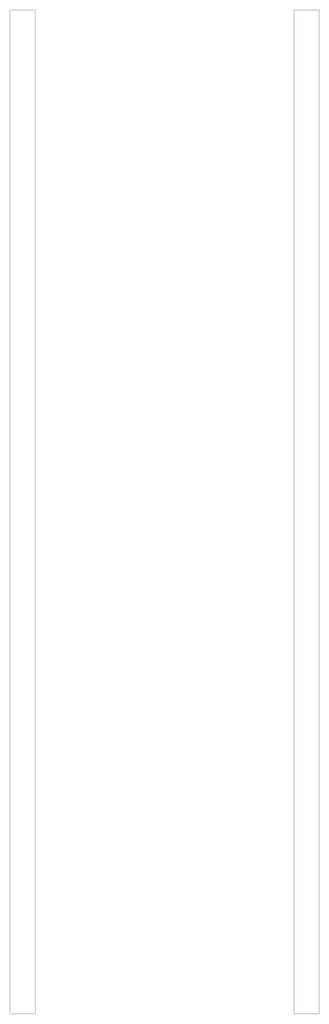
<source format=kicad_pcb>
(kicad_pcb (version 20241229) (generator "pcbnew") (generator_version "9.0")
  (title_block (title "Conn_02x32_Counter_Clockwise") (date "2025-09-29") (rev "V0"))
  (layers (0 "F.Cu" signal) (2 "B.Cu" signal) (13 "F.Paste" user) (15 "B.Paste" user) (5 "F.SilkS" user "F.Silkscreen") (7 "B.SilkS" user "B.Silkscreen") (1 "F.Mask" user) (3 "B.Mask" user) (25 "Edge.Cuts" user))
  (net 0 "")
  (footprint "SamacSys_Parts:PinHeader_1x32_P2.54mm_Vertical" (layer "B.Cu") (at 22.86 0 180)
    (property "Reference" "J2" (hide yes))
    (property "Value" "Pin_Header_01x32")
  )
  (footprint "SamacSys_Parts:PinHeader_1x32_P2.54mm_Vertical" (layer "B.Cu") (at 0 0 180)
    (property "Reference" "J1" (hide yes))
    (property "Value" "Pin_Header_01x32")
  )
  (gr_line (start 1.016 -1.016) (end 1.016 79.756) (stroke (width 0.1)) (layer "Edge.Cuts"))
  (gr_line (start -1.016 -1.016) (end 1.016 -1.016) (stroke (width 0.1)) (layer "Edge.Cuts"))
  (gr_line (start 21.844 -1.016) (end 23.876 -1.016) (stroke (width 0.1)) (layer "Edge.Cuts"))
  (gr_line (start 23.876 -1.016) (end 23.876 79.756) (stroke (width 0.1)) (layer "Edge.Cuts"))
  (gr_line (start 1.016 79.756) (end -1.016 79.756) (stroke (width 0.1)) (layer "Edge.Cuts"))
  (gr_line (start 23.876 79.756) (end 21.844 79.756) (stroke (width 0.1)) (layer "Edge.Cuts"))
  (gr_line (start -1.016 79.756) (end -1.016 -1.016) (stroke (width 0.1)) (layer "Edge.Cuts"))
  (gr_line (start 21.844 79.756) (end 21.844 -1.016) (stroke (width 0.1)) (layer "Edge.Cuts"))
)
</source>
